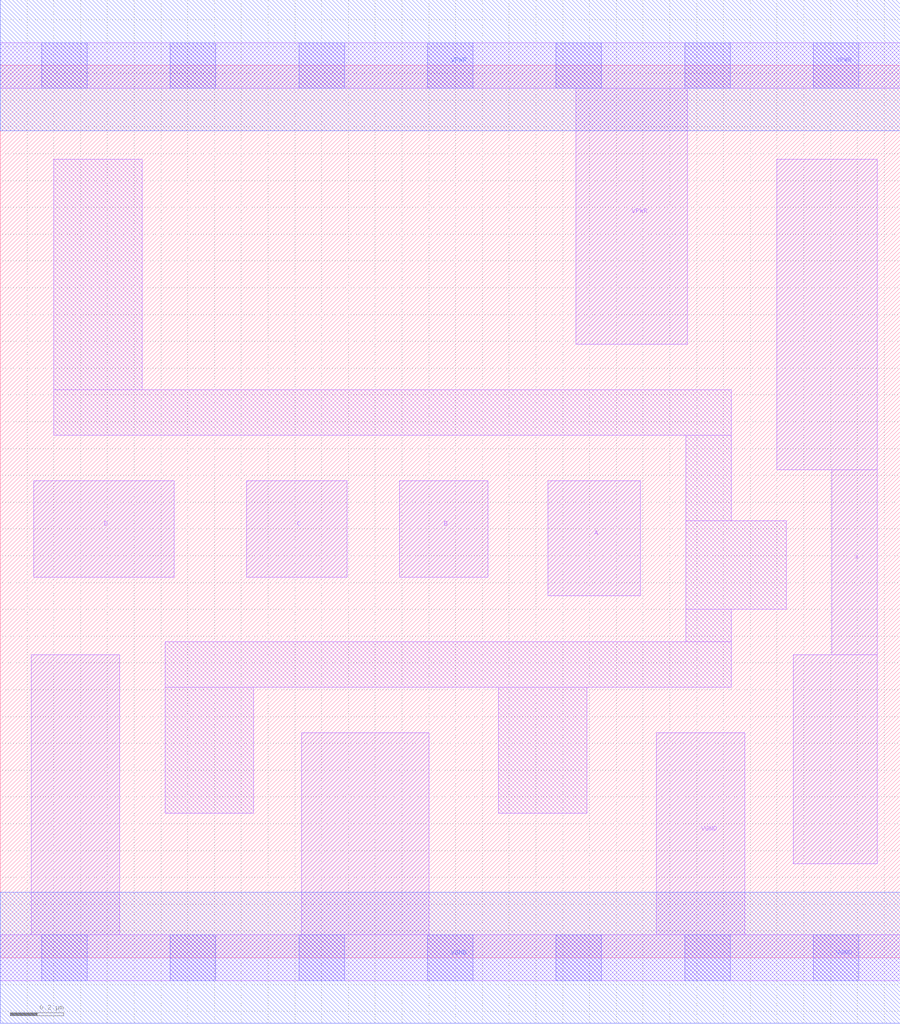
<source format=lef>
# Copyright 2020 The SkyWater PDK Authors
#
# Licensed under the Apache License, Version 2.0 (the "License");
# you may not use this file except in compliance with the License.
# You may obtain a copy of the License at
#
#     https://www.apache.org/licenses/LICENSE-2.0
#
# Unless required by applicable law or agreed to in writing, software
# distributed under the License is distributed on an "AS IS" BASIS,
# WITHOUT WARRANTIES OR CONDITIONS OF ANY KIND, either express or implied.
# See the License for the specific language governing permissions and
# limitations under the License.
#
# SPDX-License-Identifier: Apache-2.0

VERSION 5.7 ;
  NAMESCASESENSITIVE ON ;
  NOWIREEXTENSIONATPIN ON ;
  DIVIDERCHAR "/" ;
  BUSBITCHARS "[]" ;
UNITS
  DATABASE MICRONS 200 ;
END UNITS
MACRO sky130_fd_sc_ms__or4_1
  CLASS CORE ;
  SOURCE USER ;
  FOREIGN sky130_fd_sc_ms__or4_1 ;
  ORIGIN  0.000000  0.000000 ;
  SIZE  3.360000 BY  3.330000 ;
  SYMMETRY X Y ;
  SITE unit ;
  PIN A
    ANTENNAGATEAREA  0.262500 ;
    DIRECTION INPUT ;
    USE SIGNAL ;
    PORT
      LAYER li1 ;
        RECT 2.045000 1.350000 2.390000 1.780000 ;
    END
  END A
  PIN B
    ANTENNAGATEAREA  0.262500 ;
    DIRECTION INPUT ;
    USE SIGNAL ;
    PORT
      LAYER li1 ;
        RECT 1.490000 1.420000 1.820000 1.780000 ;
    END
  END B
  PIN C
    ANTENNAGATEAREA  0.262500 ;
    DIRECTION INPUT ;
    USE SIGNAL ;
    PORT
      LAYER li1 ;
        RECT 0.920000 1.420000 1.295000 1.780000 ;
    END
  END C
  PIN D
    ANTENNAGATEAREA  0.262500 ;
    DIRECTION INPUT ;
    USE SIGNAL ;
    PORT
      LAYER li1 ;
        RECT 0.125000 1.420000 0.650000 1.780000 ;
    END
  END D
  PIN X
    ANTENNADIFFAREA  0.524500 ;
    DIRECTION OUTPUT ;
    USE SIGNAL ;
    PORT
      LAYER li1 ;
        RECT 2.900000 1.820000 3.275000 2.980000 ;
        RECT 2.960000 0.350000 3.275000 1.130000 ;
        RECT 3.105000 1.130000 3.275000 1.820000 ;
    END
  END X
  PIN VGND
    DIRECTION INOUT ;
    USE GROUND ;
    PORT
      LAYER li1 ;
        RECT 0.000000 -0.085000 3.360000 0.085000 ;
        RECT 0.115000  0.085000 0.445000 1.130000 ;
        RECT 1.125000  0.085000 1.600000 0.840000 ;
        RECT 2.450000  0.085000 2.780000 0.840000 ;
      LAYER mcon ;
        RECT 0.155000 -0.085000 0.325000 0.085000 ;
        RECT 0.635000 -0.085000 0.805000 0.085000 ;
        RECT 1.115000 -0.085000 1.285000 0.085000 ;
        RECT 1.595000 -0.085000 1.765000 0.085000 ;
        RECT 2.075000 -0.085000 2.245000 0.085000 ;
        RECT 2.555000 -0.085000 2.725000 0.085000 ;
        RECT 3.035000 -0.085000 3.205000 0.085000 ;
      LAYER met1 ;
        RECT 0.000000 -0.245000 3.360000 0.245000 ;
    END
  END VGND
  PIN VPWR
    DIRECTION INOUT ;
    USE POWER ;
    PORT
      LAYER li1 ;
        RECT 0.000000 3.245000 3.360000 3.415000 ;
        RECT 2.150000 2.290000 2.565000 3.245000 ;
      LAYER mcon ;
        RECT 0.155000 3.245000 0.325000 3.415000 ;
        RECT 0.635000 3.245000 0.805000 3.415000 ;
        RECT 1.115000 3.245000 1.285000 3.415000 ;
        RECT 1.595000 3.245000 1.765000 3.415000 ;
        RECT 2.075000 3.245000 2.245000 3.415000 ;
        RECT 2.555000 3.245000 2.725000 3.415000 ;
        RECT 3.035000 3.245000 3.205000 3.415000 ;
      LAYER met1 ;
        RECT 0.000000 3.085000 3.360000 3.575000 ;
    END
  END VPWR
  OBS
    LAYER li1 ;
      RECT 0.200000 1.950000 2.730000 2.120000 ;
      RECT 0.200000 2.120000 0.530000 2.980000 ;
      RECT 0.615000 0.540000 0.945000 1.010000 ;
      RECT 0.615000 1.010000 2.730000 1.180000 ;
      RECT 1.860000 0.540000 2.190000 1.010000 ;
      RECT 2.560000 1.180000 2.730000 1.300000 ;
      RECT 2.560000 1.300000 2.935000 1.630000 ;
      RECT 2.560000 1.630000 2.730000 1.950000 ;
  END
END sky130_fd_sc_ms__or4_1

</source>
